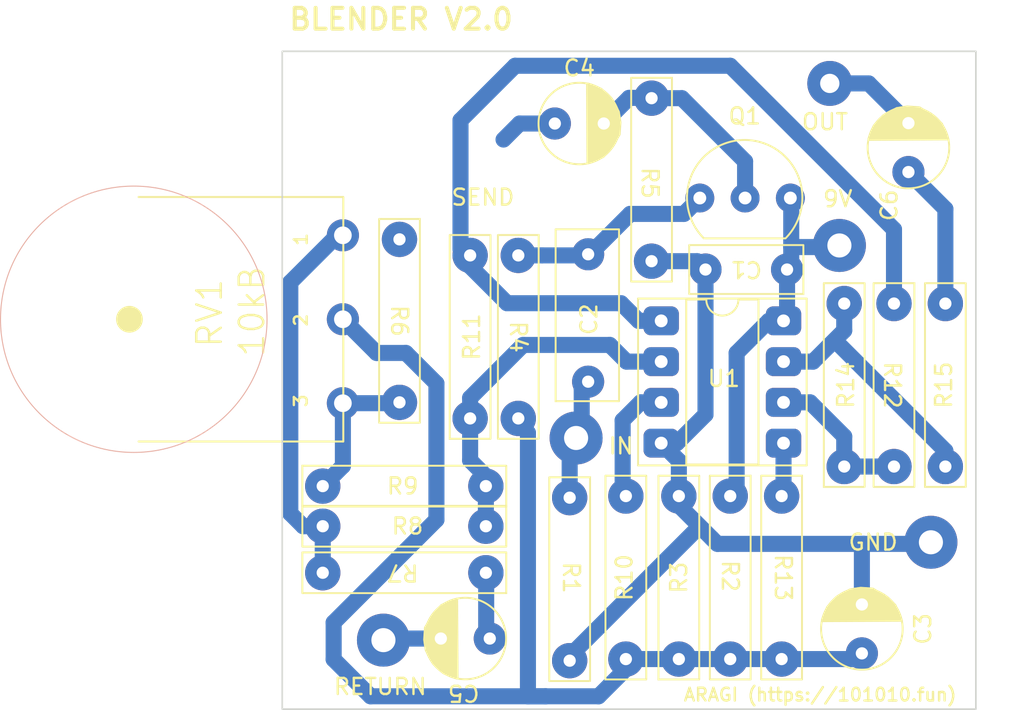
<source format=kicad_pcb>
(kicad_pcb (version 20211014) (generator pcbnew)
  (layers (0 "F.Cu" signal) (31 "B.Cu" signal) (34 "B.Paste" user) (35 "F.Paste" user) (36 "B.SilkS" user "B.Silkscreen") (37 "F.SilkS" user "F.Silkscreen") (38 "B.Mask" user) (39 "F.Mask" user) (44 "Edge.Cuts" user))
  (net 0 "")
  (net 1 "+9V")
  (net 2 "GND")
  (net 3 "Net-(C2-Pad1)")
  (net 4 "Net-(C2-Pad2)")
  (net 5 "Net-(C3-Pad1)")
  (net 6 "Net-(C4-Pad1)")
  (net 7 "Net-(C4-Pad2)")
  (net 8 "Net-(C5-Pad1)")
  (net 9 "Net-(C5-Pad2)")
  (net 10 "Net-(C6-Pad1)")
  (net 11 "Net-(C6-Pad2)")
  (net 12 "Net-(R11-Pad1)")
  (net 13 "Net-(R10-Pad2)")
  (net 14 "Net-(R11-Pad2)")
  (net 15 "Net-(R12-Pad2)")
  (net 16 "Net-(R13-Pad1)")
  (net 17 "Net-(R14-Pad2)")
  (net 18 "Net-(RV1-Pad3)")
  (net 19 "Net-(RV1-Pad1)")
  (footprint "My_Parts:R_Normal" (layer "F.Cu") (at 154.5 121.9 -90)
    (fp_text reference "R12" (at 0 0.1 -90 unlocked) (layer "F.SilkS"))
    (fp_text value "10k")
    (fp_rect (start -6.35 -1.27) (end 6.35 1.27) (layer "F.SilkS") (width 0.12) (fill none))
    (pad "1" thru_hole circle (at -5.08 0 270) (size 2.2 2.2) (drill 0.762) (layers *.Cu *.Mask) (net 14 "Net-(R11-Pad2)"))
    (pad "2" thru_hole circle (at 5.08 0 270) (size 2.2 2.2) (drill 0.762) (layers *.Cu *.Mask) (net 15 "Net-(R12-Pad2)"))
  )
  (footprint "My_Parts:R_Normal" (layer "F.Cu") (at 141.1 133.9 90)
    (fp_text reference "R3" (at 0 0 90 unlocked) (layer "F.SilkS"))
    (fp_text value "12k")
    (fp_rect (start -6.35 -1.27) (end 6.35 1.27) (layer "F.SilkS") (width 0.12) (fill none))
    (pad "1" thru_hole circle (at -5.08 0 90) (size 2.2 2.2) (drill 0.762) (layers *.Cu *.Mask) (net 5 "Net-(C3-Pad1)"))
    (pad "2" thru_hole circle (at 5.08 0 90) (size 2.2 2.2) (drill 0.762) (layers *.Cu *.Mask) (net 2 "GND"))
  )
  (footprint "My_Parts:Header_Pin_1p_Large" (layer "F.Cu") (at 150.5 103.1)
    (fp_text reference "J6" hide)
    (fp_text value "TO VOLUME POT")
    (pad "1" thru_hole circle (at 0 0) (size 2.8 2.8) (drill 1.2) (layers *.Cu *.Mask) (net 11 "Net-(C6-Pad2)"))
  )
  (footprint "My_Parts:R_Normal" (layer "F.Cu") (at 124 128.2)
    (fp_text reference "R9" (at -0.1 0 unlocked) (layer "F.SilkS"))
    (fp_text value "10k")
    (fp_rect (start -6.35 -1.27) (end 6.35 1.27) (layer "F.SilkS") (width 0.12) (fill none))
    (pad "1" thru_hole circle (at -5.08 0) (size 2.2 2.2) (drill 0.762) (layers *.Cu *.Mask) (net 18 "Net-(RV1-Pad3)"))
    (pad "2" thru_hole circle (at 5.08 0) (size 2.2 2.2) (drill 0.762) (layers *.Cu *.Mask) (net 12 "Net-(R11-Pad1)"))
  )
  (footprint "My_Parts:CP_5mm" (layer "F.Cu") (at 152.5 137.1 90)
    (fp_text reference "C3" (at 0 3.8 90 unlocked) (layer "F.SilkS"))
    (fp_text value "22u")
    (fp_circle (center 0 0) (end 2.54 0) (layer "F.SilkS") (width 0.12) (fill none))
    (fp_poly (pts (xy 1.3716 -2.159) (xy 2.0066 -1.5748) (xy 2.4638 -0.7366) (xy 2.5654 -0.0762) (xy 2.5146 0.6858) (xy 2.032 1.4732) (xy 1.4986 2.0828) (xy 0.508 2.4892) (xy 0.4826 -2.4384) (xy 0.5588 -2.4892)) (layer "F.SilkS") (width 0.12) (fill solid))
    (pad "1" thru_hole circle (at -1.524 0 90) (size 2 2) (drill 0.762) (layers *.Cu *.Mask) (net 5 "Net-(C3-Pad1)"))
    (pad "2" thru_hole circle (at 1.524 0 90) (size 2 2) (drill 0.762) (layers *.Cu *.Mask) (net 2 "GND"))
  )
  (footprint "My_Parts:CP_5mm" (layer "F.Cu") (at 134.9 105.6)
    (fp_text reference "C4" (at 0 -3.4544 unlocked) (layer "F.SilkS"))
    (fp_text value "2.2u")
    (fp_circle (center 0 0) (end 2.54 0) (layer "F.SilkS") (width 0.12) (fill none))
    (fp_poly (pts (xy 1.3716 -2.159) (xy 2.0066 -1.5748) (xy 2.4638 -0.7366) (xy 2.5654 -0.0762) (xy 2.5146 0.6858) (xy 2.032 1.4732) (xy 1.4986 2.0828) (xy 0.508 2.4892) (xy 0.4826 -2.4384) (xy 0.5588 -2.4892)) (layer "F.SilkS") (width 0.12) (fill solid))
    (pad "1" thru_hole circle (at -1.524 0) (size 2 2) (drill 0.762) (layers *.Cu *.Mask) (net 6 "Net-(C4-Pad1)"))
    (pad "2" thru_hole circle (at 1.524 0) (size 2 2) (drill 0.762) (layers *.Cu *.Mask) (net 7 "Net-(C4-Pad2)"))
  )
  (footprint "My_Parts:R_Normal" (layer "F.Cu") (at 139.4 109.1 -90)
    (fp_text reference "R5" (at 0.2 0.1 -90 unlocked) (layer "F.SilkS"))
    (fp_text value "3k3")
    (fp_rect (start -6.35 -1.27) (end 6.35 1.27) (layer "F.SilkS") (width 0.12) (fill none))
    (pad "1" thru_hole circle (at -5.08 0 270) (size 2.2 2.2) (drill 0.762) (layers *.Cu *.Mask) (net 7 "Net-(C4-Pad2)"))
    (pad "2" thru_hole circle (at 5.08 0 270) (size 2.2 2.2) (drill 0.762) (layers *.Cu *.Mask) (net 2 "GND"))
  )
  (footprint "My_Parts:R_Normal" (layer "F.Cu") (at 134.3 134 -90)
    (fp_text reference "R1" (at -0.1 -0.1 -90 unlocked) (layer "F.SilkS"))
    (fp_text value "1M")
    (fp_rect (start -6.35 -1.27) (end 6.35 1.27) (layer "F.SilkS") (width 0.12) (fill none))
    (pad "1" thru_hole circle (at -5.08 0 270) (size 2.2 2.2) (drill 0.762) (layers *.Cu *.Mask) (net 3 "Net-(C2-Pad1)"))
    (pad "2" thru_hole circle (at 5.08 0 270) (size 2.2 2.2) (drill 0.762) (layers *.Cu *.Mask) (net 2 "GND"))
  )
  (footprint "My_Parts:Header_Pin_1p_Large" (layer "F.Cu") (at 122.7 137.8)
    (fp_text reference "J5" hide)
    (fp_text value "RETURN")
    (pad "1" thru_hole circle (at 0 0) (size 3.3 3.3) (drill 1.5) (layers *.Cu *.Mask) (net 9 "Net-(C5-Pad2)"))
  )
  (footprint "My_Parts:R_Normal" (layer "F.Cu") (at 137.8 133.9 90)
    (fp_text reference "R10" (at 0 -0.1 90 unlocked) (layer "F.SilkS"))
    (fp_text value "10k")
    (fp_rect (start -6.35 -1.27) (end 6.35 1.27) (layer "F.SilkS") (width 0.12) (fill none))
    (pad "1" thru_hole circle (at -5.08 0 90) (size 2.2 2.2) (drill 0.762) (layers *.Cu *.Mask) (net 5 "Net-(C3-Pad1)"))
    (pad "2" thru_hole circle (at 5.08 0 90) (size 2.2 2.2) (drill 0.762) (layers *.Cu *.Mask) (net 13 "Net-(R10-Pad2)"))
  )
  (footprint "My_Parts:Header_Pin_1p_Large" (layer "F.Cu") (at 134.7 125.2)
    (fp_text reference "J4" hide)
    (fp_text value "IN")
    (pad "1" thru_hole circle (at 0 0) (size 3.3 3.3) (drill 1.5) (layers *.Cu *.Mask) (net 3 "Net-(C2-Pad1)"))
  )
  (footprint "My_Parts:R_Normal" (layer "F.Cu") (at 124 130.7)
    (fp_text reference "R8" (at 0.2 0 unlocked) (layer "F.SilkS"))
    (fp_text value "10k")
    (fp_rect (start -6.35 -1.27) (end 6.35 1.27) (layer "F.SilkS") (width 0.12) (fill none))
    (pad "1" thru_hole circle (at -5.08 0) (size 2.2 2.2) (drill 0.762) (layers *.Cu *.Mask) (net 19 "Net-(RV1-Pad1)"))
    (pad "2" thru_hole circle (at 5.08 0) (size 2.2 2.2) (drill 0.762) (layers *.Cu *.Mask) (net 12 "Net-(R11-Pad1)"))
  )
  (footprint "My_Parts:C_Poly_8mm" (layer "F.Cu") (at 135.45 119.15 90)
    (fp_text reference "C2" (at 1.35 0.05 90 unlocked) (layer "F.SilkS"))
    (fp_text value "0.1u")
    (fp_rect (start -3.756 -2.024) (end 6.956 1.924) (layer "F.SilkS") (width 0.12) (fill none))
    (pad "1" thru_hole circle (at -2.54 0 90) (size 2 2) (drill 0.762) (layers *.Cu *.Mask) (net 3 "Net-(C2-Pad1)"))
    (pad "2" thru_hole circle (at 5.4 0 90) (size 2 2) (drill 0.762) (layers *.Cu *.Mask) (net 4 "Net-(C2-Pad2)"))
  )
  (footprint "My_Parts:Header_Pin_1p_Large" (layer "F.Cu") (at 151.1 113.2)
    (fp_text reference "J1" hide)
    (fp_text value "+9V")
    (pad "1" thru_hole circle (at 0 0) (size 3.3 3.3) (drill 1.5) (layers *.Cu *.Mask) (net 1 "+9V"))
  )
  (footprint "My_Parts:R_Normal" (layer "F.Cu") (at 131.1 118.9 -90)
    (fp_text reference "R4" (at 0 0 -90 unlocked) (layer "F.SilkS"))
    (fp_text value "1M")
    (fp_rect (start -6.35 -1.27) (end 6.35 1.27) (layer "F.SilkS") (width 0.12) (fill none))
    (pad "1" thru_hole circle (at -5.08 0 270) (size 2.2 2.2) (drill 0.762) (layers *.Cu *.Mask) (net 4 "Net-(C2-Pad2)"))
    (pad "2" thru_hole circle (at 5.08 0 270) (size 2.2 2.2) (drill 0.762) (layers *.Cu *.Mask) (net 5 "Net-(C3-Pad1)"))
  )
  (footprint "My_Parts:R_Normal" (layer "F.Cu") (at 124 133.6 180)
    (fp_text reference "R7" (at 0.1 0 180 unlocked) (layer "F.SilkS"))
    (fp_text value "10k")
    (fp_rect (start -6.35 -1.27) (end 6.35 1.27) (layer "F.SilkS") (width 0.12) (fill none))
    (pad "1" thru_hole circle (at -5.08 0 180) (size 2.2 2.2) (drill 0.762) (layers *.Cu *.Mask) (net 8 "Net-(C5-Pad1)"))
    (pad "2" thru_hole circle (at 5.08 0 180) (size 2.2 2.2) (drill 0.762) (layers *.Cu *.Mask) (net 19 "Net-(RV1-Pad1)"))
  )
  (footprint "My_Parts:POT_ON_BOARD_REVERSE" (layer "F.Cu") (at 120.2 117.8 90)
    (fp_text reference "RV1" (at 0.381 -8.3312 90) (layer "F.SilkS") (effects (font (size 1.524 1.524))))
    (fp_text value "10kB" (at 0.4826 -5.6896 90) (layer "F.SilkS") (effects (font (size 1.524 1.524))))
    (fp_text user "3       2       1" (at -0.0508 -2.6416 90 unlocked) (layer "F.SilkS") (effects (font (size 0.8 0.8))))
    (fp_circle (center 0 -13.050244) (end 8.3 -13.050244) (layer "B.SilkS") (width 0.0635) (fill none))
    (fp_line (start 0 0) (end 7.62 0) (layer "F.SilkS") (width 0.127))
    (fp_line (start -7.62 0) (end 0 0) (layer "F.SilkS") (width 0.127))
    (fp_line (start -7.62 -0.02794) (end -7.62 -12.74826) (layer "F.SilkS") (width 0.127))
    (fp_line (start 7.62 -0.02794) (end 7.62 -12.74826) (layer "F.SilkS") (width 0.127))
    (fp_circle (center 0 -13.319484) (end 0.8 -13.319484) (layer "F.SilkS") (width 0.0635) (fill solid))
    (pad "1" thru_hole circle (at 5.2324 -0.0254 90) (size 2 2) (drill 1.09982) (layers *.Cu "F.Paste" "F.Mask") (net 19 "Net-(RV1-Pad1)"))
    (pad "2" thru_hole circle (at 0 -0.0254 90) (size 2 2) (drill 1.09982) (layers *.Cu "F.Paste" "F.Mask") (net 5 "Net-(C3-Pad1)"))
    (pad "3" thru_hole circle (at -5.2324 -0.0254 90) (size 2 2) (drill 1.09982) (layers *.Cu "F.Paste" "F.Mask") (net 18 "Net-(RV1-Pad3)"))
  )
  (footprint "My_Parts:R_Normal" (layer "F.Cu") (at 144.3 133.9 -90)
    (fp_text reference "R2" (at -0.1 0 -90 unlocked) (layer "F.SilkS"))
    (fp_text value "12k")
    (fp_rect (start -6.35 -1.27) (end 6.35 1.27) (layer "F.SilkS") (width 0.12) (fill none))
    (pad "1" thru_hole circle (at -5.08 0 270) (size 2.2 2.2) (drill 0.762) (layers *.Cu *.Mask) (net 1 "+9V"))
    (pad "2" thru_hole circle (at 5.08 0 270) (size 2.2 2.2) (drill 0.762) (layers *.Cu *.Mask) (net 5 "Net-(C3-Pad1)"))
  )
  (footprint "My_Parts:R_Normal" (layer "F.Cu") (at 151.4 121.9 90)
    (fp_text reference "R14" (at 0 0.1 90 unlocked) (layer "F.SilkS"))
    (fp_text value "10k")
    (fp_rect (start -6.35 -1.27) (end 6.35 1.27) (layer "F.SilkS") (width 0.12) (fill none))
    (pad "1" thru_hole circle (at -5.08 0 90) (size 2.2 2.2) (drill 0.762) (layers *.Cu *.Mask) (net 15 "Net-(R12-Pad2)"))
    (pad "2" thru_hole circle (at 5.08 0 90) (size 2.2 2.2) (drill 0.762) (layers *.Cu *.Mask) (net 17 "Net-(R14-Pad2)"))
  )
  (footprint "My_Parts:R_Normal" (layer "F.Cu") (at 157.7 121.9 90)
    (fp_text reference "R15" (at 0 -0.1 90 unlocked) (layer "F.SilkS"))
    (fp_text value "680")
    (fp_rect (start -6.35 -1.27) (end 6.35 1.27) (layer "F.SilkS") (width 0.12) (fill none))
    (pad "1" thru_hole circle (at -5.08 0 90) (size 2.2 2.2) (drill 0.762) (layers *.Cu *.Mask) (net 17 "Net-(R14-Pad2)"))
    (pad "2" thru_hole circle (at 5.08 0 90) (size 2.2 2.2) (drill 0.762) (layers *.Cu *.Mask) (net 10 "Net-(C6-Pad1)"))
  )
  (footprint "My_Parts:DIP-8" (layer "F.Cu") (at 141.27 118.4)
    (fp_text reference "U1" (at 2.63 3.1) (layer "F.SilkS"))
    (fp_text value "NJM5532")
    (fp_line (start 7.79 8.51) (end 7.79 -1.89) (layer "F.SilkS") (width 0.12))
    (fp_line (start 4.79 8.45) (end 4.79 -1.83) (layer "F.SilkS") (width 0.12))
    (fp_line (start -2.71 -1.89) (end -2.71 8.51) (layer "F.SilkS") (width 0.12))
    (fp_line (start 1.54 -1.83) (end 0.29 -1.83) (layer "F.SilkS") (width 0.12))
    (fp_line (start 0.29 8.45) (end 4.79 8.45) (layer "F.SilkS") (width 0.12))
    (fp_line (start 4.79 -1.83) (end 3.54 -1.83) (layer "F.SilkS") (width 0.12))
    (fp_line (start 0.29 -1.83) (end 0.29 8.45) (layer "F.SilkS") (width 0.12))
    (fp_line (start 7.79 -1.89) (end -2.71 -1.89) (layer "F.SilkS") (width 0.12))
    (fp_line (start -2.71 8.51) (end 7.79 8.51) (layer "F.SilkS") (width 0.12))
    (fp_arc (start 3.54 -1.83) (mid 2.54 -0.83) (end 1.54 -1.83) (layer "F.SilkS") (width 0.12))
    (pad "1" thru_hole roundrect (at -1.27 -0.5) (size 2.2 1.8) (drill 0.8) (layers *.Cu *.Mask) (net 14 "Net-(R11-Pad2)"))
    (pad "2" thru_hole roundrect (at -1.27 2.04) (size 2.2 1.8) (drill 0.8) (layers *.Cu *.Mask) (net 12 "Net-(R11-Pad1)"))
    (pad "3" thru_hole roundrect (at -1.27 4.58) (size 2.2 1.8) (drill 0.8) (layers *.Cu *.Mask) (net 13 "Net-(R10-Pad2)"))
    (pad "4" thru_hole roundrect (at -1.27 7.12) (size 2.2 1.8) (drill 0.8) (layers *.Cu *.Mask) (net 2 "GND"))
    (pad "5" thru_hole roundrect (at 6.35 7.12) (size 2.2 1.8) (drill 0.8) (layers *.Cu *.Mask) (net 16 "Net-(R13-Pad1)"))
    (pad "6" thru_hole roundrect (at 6.35 4.58) (size 2.2 1.8) (drill 0.8) (layers *.Cu *.Mask) (net 15 "Net-(R12-Pad2)"))
    (pad "7" thru_hole roundrect (at 6.35 2.04) (size 2.2 1.8) (drill 0.8) (layers *.Cu *.Mask) (net 17 "Net-(R14-Pad2)"))
    (pad "8" thru_hole roundrect (at 6.35 -0.5) (size 2.2 1.8) (drill 0.8) (layers *.Cu *.Mask) (net 1 "+9V"))
  )
  (footprint "My_Parts:R_Normal" (layer "F.Cu") (at 128.1 118.9 90)
    (fp_text reference "R11" (at 0 0.1 90 unlocked) (layer "F.SilkS"))
    (fp_text value "20k")
    (fp_rect (start -6.35 -1.27) (end 6.35 1.27) (layer "F.SilkS") (width 0.12) (fill none))
    (pad "1" thru_hole circle (at -5.08 0 90) (size 2.2 2.2) (drill 0.762) (layers *.Cu *.Mask) (net 12 "Net-(R11-Pad1)"))
    (pad "2" thru_hole circle (at 5.08 0 90) (size 2.2 2.2) (drill 0.762) (layers *.Cu *.Mask) (net 14 "Net-(R11-Pad2)"))
  )
  (footprint "My_Parts:Header_Pin_1p_Large" (layer "F.Cu") (at 156.8 131.7)
    (fp_text reference "J2" hide)
    (fp_text value "GND")
    (pad "1" thru_hole circle (at 0 0) (size 3.3 3.3) (drill 1.5) (layers *.Cu *.Mask) (net 2 "GND"))
  )
  (footprint "My_Parts:R_Normal" (layer "F.Cu") (at 123.7 117.9 -90)
    (fp_text reference "R6" (at 0 0 -90 unlocked) (layer "F.SilkS"))
    (fp_text value "10k")
    (fp_rect (start -6.35 -1.27) (end 6.35 1.27) (layer "F.SilkS") (width 0.12) (fill none))
    (pad "1" thru_hole circle (at -5.08 0 270) (size 2.2 2.2) (drill 0.762) (layers *.Cu *.Mask) (net 6 "Net-(C4-Pad1)"))
    (pad "2" thru_hole circle (at 5.08 0 270) (size 2.2 2.2) (drill 0.762) (layers *.Cu *.Mask) (net 18 "Net-(RV1-Pad3)"))
  )
  (footprint "My_Parts:CP_5mm" (layer "F.Cu") (at 155.4 107.1 90)
    (fp_text reference "C6" (at -3.6 -1.2 90 unlocked) (layer "F.SilkS"))
    (fp_text value "47u")
    (fp_circle (center 0 0) (end 2.54 0) (layer "F.SilkS") (width 0.12) (fill none))
    (fp_poly (pts (xy 1.3716 -2.159) (xy 2.0066 -1.5748) (xy 2.4638 -0.7366) (xy 2.5654 -0.0762) (xy 2.5146 0.6858) (xy 2.032 1.4732) (xy 1.4986 2.0828) (xy 0.508 2.4892) (xy 0.4826 -2.4384) (xy 0.5588 -2.4892)) (layer "F.SilkS") (width 0.12) (fill solid))
    (pad "1" thru_hole circle (at -1.524 0 90) (size 2 2) (drill 0.762) (layers *.Cu *.Mask) (net 10 "Net-(C6-Pad1)"))
    (pad "2" thru_hole circle (at 1.524 0 90) (size 2 2) (drill 0.762) (layers *.Cu *.Mask) (net 11 "Net-(C6-Pad2)"))
  )
  (footprint "My_Parts:CP_5mm" (layer "F.Cu") (at 127.8 137.7 180)
    (fp_text reference "C5" (at 0.1 -3.4 180 unlocked) (layer "F.SilkS"))
    (fp_text value "2.2u")
    (fp_circle (center 0 0) (end 2.54 0) (layer "F.SilkS") (width 0.12) (fill none))
    (fp_poly (pts (xy 1.3716 -2.159) (xy 2.0066 -1.5748) (xy 2.4638 -0.7366) (xy 2.5654 -0.0762) (xy 2.5146 0.6858) (xy 2.032 1.4732) (xy 1.4986 2.0828) (xy 0.508 2.4892) (xy 0.4826 -2.4384) (xy 0.5588 -2.4892)) (layer "F.SilkS") (width 0.12) (fill solid))
    (pad "1" thru_hole circle (at -1.524 0 180) (size 2 2) (drill 0.762) (layers *.Cu *.Mask) (net 8 "Net-(C5-Pad1)"))
    (pad "2" thru_hole circle (at 1.524 0 180) (size 2 2) (drill 0.762) (layers *.Cu *.Mask) (net 9 "Net-(C5-Pad2)"))
  )
  (footprint "My_Parts:R_Normal" (layer "F.Cu") (at 147.5 133.9 -90)
    (fp_text reference "R13" (at 0 -0.1 -90 unlocked) (layer "F.SilkS"))
    (fp_text value "4.7K")
    (fp_rect (start -6.35 -1.27) (end 6.35 1.27) (layer "F.SilkS") (width 0.12) (fill none))
    (pad "1" thru_hole circle (at -5.08 0 270) (size 2.2 2.2) (drill 0.762) (layers *.Cu *.Mask) (net 16 "Net-(R13-Pad1)"))
    (pad "2" thru_hole circle (at 5.08 0 270) (size 2.2 2.2) (drill 0.762) (layers *.Cu *.Mask) (net 5 "Net-(C3-Pad1)"))
  )
  (footprint "My_Parts:FET_GSD2" (layer "F.Cu") (at 142.66 110.2175)
    (fp_text reference "Q1" (at 2.54 -5.08 unlocked) (layer "F.SilkS"))
    (fp_text value "2SK303")
    (fp_line (start 0 2.54) (end 5.08 2.54) (layer "F.SilkS") (width 0.12))
    (fp_arc (start 0 2.54) (mid 2.54 -3.592102) (end 5.08 2.54) (layer "F.SilkS") (width 0.12))
    (pad "1" thru_hole circle (at -0.254 0.0254) (size 1.8 1.8) (drill 0.8) (layers *.Cu *.Mask) (net 4 "Net-(C2-Pad2)"))
    (pad "2" thru_hole circle (at 2.5654 0.0254) (size 1.8 1.8) (drill 0.8) (layers *.Cu *.Mask) (net 7 "Net-(C4-Pad2)"))
    (pad "3" thru_hole circle (at 5.3848 0.0254) (size 1.8 1.8) (drill 0.8) (layers *.Cu *.Mask) (net 1 "+9V"))
  )
  (footprint "My_Parts:C_Poly_5mm" (layer "F.Cu") (at 145.3 114.7 180)
    (fp_text reference "C1" (at 0 0 180 unlocked) (layer "F.SilkS"))
    (fp_text value "0.1u")
    (fp_rect (start -3.556 -1.524) (end 3.556 1.524) (layer "F.SilkS") (width 0.12) (fill none))
    (pad "1" thru_hole circle (at -2.54 0 180) (size 2 2) (drill 0.762) (layers *.Cu *.Mask) (net 1 "+9V"))
    (pad "2" thru_hole circle (at 2.54 0 180) (size 2 2) (drill 0.762) (layers *.Cu *.Mask) (net 2 "GND"))
  )
  (gr_rect (start 116.4 101.1) (end 159.6 142.1) (layer "Edge.Cuts") (width 0.1) (fill none))
  (gr_text "RETURN" (at 122.5 140.7) (layer "F.SilkS") (effects (font (size 1 1))))
  (gr_text "BLENDER V2.0" (at 123.8 99.1) (layer "F.SilkS") (effects (font (size 1.3 1.3) (thickness 0.25))))
  (gr_text "9V" (at 151 110.3) (layer "F.SilkS") (effects (font (size 1 1))))
  (gr_text "OUT" (at 150.2 105.5) (layer "F.SilkS") (effects (font (size 1 1))))
  (gr_text "IN" (at 137.5 125.7) (layer "F.SilkS") (effects (font (size 1 1))))
  (gr_text "ARAGI (https://101010.fun)" (at 149.9 141.2) (layer "F.SilkS") (effects (font (size 0.8 0.8))))
  (gr_text "SEND" (at 128.9 110.2) (layer "F.SilkS") (effects (font (size 1 1))))
  (gr_text "GND\n" (at 153.2 131.7) (layer "F.SilkS") (effects (font (size 1 1))))
  (segment (start 144.7 128.42) (end 144.3 128.82) (width 1) (layer "B.Cu") (net 1))
  (segment (start 148.1 110.2981) (end 148.1 114.44) (width 1) (layer "B.Cu") (net 1))
  (segment (start 148.0448 110.2429) (end 148.1 110.2981) (width 1) (layer "B.Cu") (net 1))
  (segment (start 147.84 117.68) (end 147.62 117.9) (width 1) (layer "B.Cu") (net 1))
  (segment (start 151 113.3) (end 151.1 113.2) (width 1) (layer "B.Cu") (net 1))
  (segment (start 144.7 119.9) (end 144.7 128.42) (width 1) (layer "B.Cu") (net 1))
  (segment (start 148.1 114.44) (end 147.84 114.7) (width 1) (layer "B.Cu") (net 1))
  (segment (start 147.84 114.7) (end 147.84 117.68) (width 1) (layer "B.Cu") (net 1))
  (segment (start 146.7 117.9) (end 144.7 119.9) (width 1) (layer "B.Cu") (net 1))
  (segment (start 148.1 113.3) (end 151 113.3) (width 1) (layer "B.Cu") (net 1))
  (segment (start 147.62 117.9) (end 146.7 117.9) (width 1) (layer "B.Cu") (net 1))
  (segment (start 143.5 131.8) (end 152.6 131.8) (width 1) (layer "B.Cu") (net 2))
  (segment (start 152.6 131.8) (end 157.15 131.8) (width 1) (layer "B.Cu") (net 2))
  (segment (start 141.1 126.62) (end 140 125.52) (width 1) (layer "B.Cu") (net 2))
  (segment (start 142.76 123.74) (end 142.76 114.7) (width 1) (layer "B.Cu") (net 2))
  (segment (start 152.5 135.576) (end 152.5 131.9) (width 1) (layer "B.Cu") (net 2))
  (segment (start 139.4 114.18) (end 142.24 114.18) (width 1) (layer "B.Cu") (net 2))
  (segment (start 143.15 131.45) (end 143.5 131.8) (width 1) (layer "B.Cu") (net 2))
  (segment (start 134.3 139.08) (end 134.3 138.8) (width 1) (layer "B.Cu") (net 2))
  (segment (start 140 125.52) (end 140.98 125.52) (width 1) (layer "B.Cu") (net 2))
  (segment (start 141.1 129.4) (end 143.15 131.45) (width 1) (layer "B.Cu") (net 2))
  (segment (start 152.5 131.9) (end 152.6 131.8) (width 1) (layer "B.Cu") (net 2))
  (segment (start 141.1 128.82) (end 141.1 129.4) (width 1) (layer "B.Cu") (net 2))
  (segment (start 140.98 125.52) (end 142.76 123.74) (width 1) (layer "B.Cu") (net 2))
  (segment (start 134.3 138.8) (end 142.2 130.9) (width 1) (layer "B.Cu") (net 2))
  (segment (start 141.1 128.82) (end 141.1 126.62) (width 1) (layer "B.Cu") (net 2))
  (segment (start 142.2 130.9) (end 142.5 130.9) (width 1) (layer "B.Cu") (net 2))
  (segment (start 142.24 114.18) (end 142.76 114.7) (width 1) (layer "B.Cu") (net 2))
  (segment (start 135.45 121.69) (end 135.05 122.09) (width 1) (layer "B.Cu") (net 3))
  (segment (start 135.05 122.09) (end 135.05 124.85) (width 1) (layer "B.Cu") (net 3))
  (segment (start 135.05 124.85) (end 134.7 125.2) (width 1) (layer "B.Cu") (net 3))
  (segment (start 134.3 128.92) (end 134.3 125.6) (width 1) (layer "B.Cu") (net 3))
  (segment (start 134.3 125.6) (end 134.7 125.2) (width 1) (layer "B.Cu") (net 3))
  (segment (start 138.0665 111.2335) (end 135.4 113.9) (width 1) (layer "B.Cu") (net 4))
  (segment (start 135.4 113.9) (end 135.05 113.9) (width 1) (layer "B.Cu") (net 4))
  (segment (start 131.1 113.82) (end 132.58 113.82) (width 1) (layer "B.Cu") (net 4))
  (segment (start 132.58 113.82) (end 134.97 113.82) (width 1) (layer "B.Cu") (net 4))
  (segment (start 142.406 110.2429) (end 141.4154 111.2335) (width 1) (layer "B.Cu") (net 4))
  (segment (start 141.4154 111.2335) (end 138.0665 111.2335) (width 1) (layer "B.Cu") (net 4))
  (segment (start 119.6 139) (end 121.9 141.3) (width 1) (layer "B.Cu") (net 5))
  (segment (start 121.9 141.3) (end 132.8 141.3) (width 1) (layer "B.Cu") (net 5))
  (segment (start 120.1746 117.8) (end 122.2746 119.9) (width 1) (layer "B.Cu") (net 5))
  (segment (start 131.7 124.88) (end 131.1 124.28) (width 1) (layer "B.Cu") (net 5))
  (segment (start 141.1 138.98) (end 137.8 138.98) (width 1) (layer "B.Cu") (net 5))
  (segment (start 119.6 136.7) (end 119.6 139) (width 1) (layer "B.Cu") (net 5))
  (segment (start 132.8 141.3) (end 131.7 141.3) (width 1) (layer "B.Cu") (net 5))
  (segment (start 137.8 139.6) (end 136.1 141.3) (width 1) (layer "B.Cu") (net 5))
  (segment (start 126 121.8) (end 126 130.3) (width 1) (layer "B.Cu") (net 5))
  (segment (start 124.1 119.9) (end 126 121.8) (width 1) (layer "B.Cu") (net 5))
  (segment (start 137.8 138.98) (end 137.8 139.6) (width 1) (layer "B.Cu") (net 5))
  (segment (start 122.2746 119.9) (end 124.1 119.9) (width 1) (layer "B.Cu") (net 5))
  (segment (start 147.5 138.98) (end 152.144 138.98) (width 1) (layer "B.Cu") (net 5))
  (segment (start 126 130.3) (end 119.6 136.7) (width 1) (layer "B.Cu") (net 5))
  (segment (start 152.144 138.98) (end 152.5 138.624) (width 1) (layer "B.Cu") (net 5))
  (segment (start 141.1 138.98) (end 147.5 138.98) (width 1) (layer "B.Cu") (net 5))
  (segment (start 131.7 141.3) (end 131.7 124.88) (width 1) (layer "B.Cu") (net 5))
  (segment (start 136.1 141.3) (end 132.8 141.3) (width 1) (layer "B.Cu") (net 5))
  (segment (start 130.18 106.6) (end 131.18 105.6) (width 1) (layer "B.Cu") (net 6))
  (segment (start 131.18 105.6) (end 133.376 105.6) (width 1) (layer "B.Cu") (net 6))
  (segment (start 138 104) (end 139.38 104) (width 1) (layer "B.Cu") (net 7))
  (segment (start 145.2254 110.2429) (end 145.2254 107.9569) (width 1) (layer "B.Cu") (net 7))
  (segment (start 145.2254 107.9569) (end 141.2885 104.02) (width 1) (layer "B.Cu") (net 7))
  (segment (start 136.424 105.576) (end 138 104) (width 1) (layer "B.Cu") (net 7))
  (segment (start 139.38 104) (end 139.4 104.02) (width 1) (layer "B.Cu") (net 7))
  (segment (start 136.424 105.6) (end 136.424 105.576) (width 1) (layer "B.Cu") (net 7))
  (segment (start 141.2885 104.02) (end 139.4 104.02) (width 1) (layer "B.Cu") (net 7))
  (segment (start 129.1 137.476) (end 129.324 137.7) (width 1) (layer "B.Cu") (net 8))
  (segment (start 129.1 133.82) (end 129.1 137.476) (width 1) (layer "B.Cu") (net 8))
  (segment (start 129.08 133.8) (end 129.1 133.82) (width 1) (layer "B.Cu") (net 8))
  (segment (start 122.8 137.7) (end 122.7 137.8) (width 1) (layer "B.Cu") (net 9))
  (segment (start 126.276 137.7) (end 122.8 137.7) (width 1) (layer "B.Cu") (net 9))
  (segment (start 157.7 116.82) (end 157.7 110.924) (width 1) (layer "B.Cu") (net 10))
  (segment (start 157.7 110.924) (end 155.4 108.624) (width 1) (layer "B.Cu") (net 10))
  (segment (start 150.5 103.1) (end 152.924 103.1) (width 1) (layer "B.Cu") (net 11))
  (segment (start 152.924 103.1) (end 155.4 105.576) (width 1) (layer "B.Cu") (net 11))
  (segment (start 127.8 123.88) (end 127.9 123.98) (width 1) (layer "B.Cu") (net 12))
  (segment (start 128.1 123.98) (end 128.1 126.6) (width 1) (layer "B.Cu") (net 12))
  (segment (start 140 120.44) (end 137.84 120.44) (width 1) (layer "B.Cu") (net 12))
  (segment (start 136.8 119.4) (end 131.4 119.4) (width 1) (layer "B.Cu") (net 12))
  (segment (start 131.4 119.4) (end 128.1 122.7) (width 1) (layer "B.Cu") (net 12))
  (segment (start 129.08 127.58) (end 129.08 130.7) (width 1) (layer "B.Cu") (net 12))
  (segment (start 128.1 126.6) (end 129.08 127.58) (width 1) (layer "B.Cu") (net 12))
  (segment (start 137.84 120.44) (end 136.8 119.4) (width 1) (layer "B.Cu") (net 12))
  (segment (start 128.1 122.7) (end 128.1 123.98) (width 1) (layer "B.Cu") (net 12))
  (segment (start 138.72 122.98) (end 137.6 124.1) (width 1) (layer "B.Cu") (net 13))
  (segment (start 140 122.98) (end 138.72 122.98) (width 1) (layer "B.Cu") (net 13))
  (segment (start 137.6 128.62) (end 137.8 128.82) (width 1) (layer "B.Cu") (net 13))
  (segment (start 137.6 124.1) (end 137.6 128.62) (width 1) (layer "B.Cu") (net 13))
  (segment (start 130.9 102) (end 127.5 105.4) (width 1) (layer "B.Cu") (net 14))
  (segment (start 137.5 116.8) (end 130.4 116.8) (width 1) (layer "B.Cu") (net 14))
  (segment (start 128.1 114.5) (end 128.1 113.82) (width 1) (layer "B.Cu") (net 14))
  (segment (start 140 117.9) (end 138.6 117.9) (width 1) (layer "B.Cu") (net 14))
  (segment (start 154.5 116.82) (end 154.5 112.2) (width 1) (layer "B.Cu") (net 14))
  (segment (start 130.4 116.8) (end 128.1 114.5) (width 1) (layer "B.Cu") (net 14))
  (segment (start 138.6 117.9) (end 137.5 116.8) (width 1) (layer "B.Cu") (net 14))
  (segment (start 154.5 112.2) (end 144.3 102) (width 1) (layer "B.Cu") (net 14))
  (segment (start 127.5 105.4) (end 127.5 113.42) (width 1) (layer "B.Cu") (net 14))
  (segment (start 127.5 113.42) (end 127.8 113.72) (width 1) (layer "B.Cu") (net 14))
  (segment (start 144.3 102) (end 130.9 102) (width 1) (layer "B.Cu") (net 14))
  (segment (start 151.4 125.1) (end 151.4 126.98) (width 1) (layer "B.Cu") (net 15))
  (segment (start 149.28 122.98) (end 151.4 125.1) (width 1) (layer "B.Cu") (net 15))
  (segment (start 147.62 122.98) (end 149.28 122.98) (width 1) (layer "B.Cu") (net 15))
  (segment (start 151.4 126.98) (end 154.5 126.98) (width 1) (layer "B.Cu") (net 15))
  (segment (start 147.62 125.52) (end 147.62 128.7) (width 1) (layer "B.Cu") (net 16))
  (segment (start 147.62 128.7) (end 147.5 128.82) (width 1) (layer "B.Cu") (net 16))
  (segment (start 157.7 126) (end 151.2 119.5) (width 1) (layer "B.Cu") (net 17))
  (segment (start 157.7 126.98) (end 157.7 126) (width 1) (layer "B.Cu") (net 17))
  (segment (start 147.62 120.44) (end 149.46 120.44) (width 1) (layer "B.Cu") (net 17))
  (segment (start 149.46 120.44) (end 150.4 119.5) (width 1) (layer "B.Cu") (net 17))
  (segment (start 150.4 119.5) (end 151.4 118.5) (width 1) (layer "B.Cu") (net 17))
  (segment (start 151.4 118.5) (end 151.4 116.82) (width 1) (layer "B.Cu") (net 17))
  (segment (start 118.92 128.2) (end 120.1746 126.9454) (width 1) (layer "B.Cu") (net 18))
  (segment (start 120.1746 126.9454) (end 120.1746 123.0324) (width 1) (layer "B.Cu") (net 18))
  (segment (start 120.1746 123.0324) (end 123.6476 123.0324) (width 1) (layer "B.Cu") (net 18))
  (segment (start 123.6476 123.0324) (end 123.7 122.98) (width 1) (layer "B.Cu") (net 18))
  (segment (start 118.92 130.7) (end 117.7 130.7) (width 1) (layer "B.Cu") (net 19))
  (segment (start 117.7 130.7) (end 116.9 129.9) (width 1) (layer "B.Cu") (net 19))
  (segment (start 116.9 115.5) (end 119.8324 112.5676) (width 1) (layer "B.Cu") (net 19))
  (segment (start 116.9 129.9) (end 116.9 115.5) (width 1) (layer "B.Cu") (net 19))
  (segment (start 118.92 133.6) (end 118.92 130.7) (width 1) (layer "B.Cu") (net 19))
  (segment (start 119.8324 112.5676) (end 120.1746 112.5676) (width 1) (layer "B.Cu") (net 19))
)
</source>
